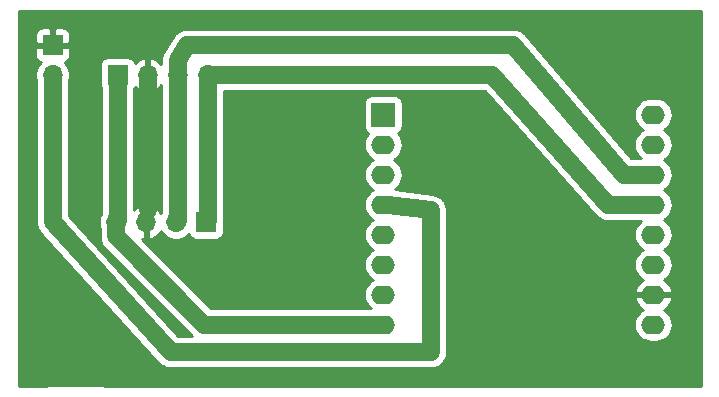
<source format=gbr>
G04 #@! TF.GenerationSoftware,KiCad,Pcbnew,(5.1.5)-3*
G04 #@! TF.CreationDate,2020-05-22T17:40:20-07:00*
G04 #@! TF.ProjectId,Sprinkler,53707269-6e6b-46c6-9572-2e6b69636164,rev?*
G04 #@! TF.SameCoordinates,Original*
G04 #@! TF.FileFunction,Copper,L2,Bot*
G04 #@! TF.FilePolarity,Positive*
%FSLAX46Y46*%
G04 Gerber Fmt 4.6, Leading zero omitted, Abs format (unit mm)*
G04 Created by KiCad (PCBNEW (5.1.5)-3) date 2020-05-22 17:40:20*
%MOMM*%
%LPD*%
G04 APERTURE LIST*
%ADD10O,2.000000X1.600000*%
%ADD11R,2.000000X2.000000*%
%ADD12R,1.700000X1.700000*%
%ADD13O,1.700000X1.700000*%
%ADD14C,1.500000*%
%ADD15C,0.254000*%
G04 APERTURE END LIST*
D10*
X165000000Y-43434000D03*
D11*
X165000000Y-40894000D03*
D10*
X165000000Y-45974000D03*
X165000000Y-48514000D03*
X165000000Y-51054000D03*
X165000000Y-53594000D03*
X165000000Y-56134000D03*
X165000000Y-58674000D03*
X187860000Y-58674000D03*
X187860000Y-56134000D03*
X187860000Y-53594000D03*
X187860000Y-51054000D03*
X187860000Y-48514000D03*
X187860000Y-45974000D03*
X187860000Y-43434000D03*
X187860000Y-40894000D03*
D12*
X142500000Y-37500000D03*
D13*
X145040000Y-37500000D03*
X147580000Y-37500000D03*
X150120000Y-37500000D03*
X142380000Y-50000000D03*
X144920000Y-50000000D03*
X147460000Y-50000000D03*
D12*
X150000000Y-50000000D03*
X137000000Y-35000000D03*
D13*
X137000000Y-37540000D03*
D14*
X142500000Y-49880000D02*
X142380000Y-50000000D01*
X142500000Y-37500000D02*
X142500000Y-49880000D01*
X162500000Y-58674000D02*
X165000000Y-58674000D01*
X149851919Y-58674000D02*
X162500000Y-58674000D01*
X142380000Y-51202081D02*
X149851919Y-58674000D01*
X142380000Y-50000000D02*
X142380000Y-51202081D01*
X145040000Y-37500000D02*
X145040000Y-48960000D01*
X147580000Y-49880000D02*
X147460000Y-50000000D01*
X147580000Y-37500000D02*
X147580000Y-49880000D01*
X148377920Y-35000000D02*
X147580000Y-36297919D01*
X147580000Y-36297919D02*
X147580000Y-37500000D01*
X176000000Y-35000000D02*
X148377920Y-35000000D01*
X187860000Y-45974000D02*
X185360000Y-45974000D01*
X185360000Y-45974000D02*
X176000000Y-35000000D01*
X150120000Y-49880000D02*
X150000000Y-50000000D01*
X150120000Y-37500000D02*
X150120000Y-49880000D01*
X174198982Y-37500000D02*
X184000000Y-48514000D01*
X150120000Y-37500000D02*
X174198982Y-37500000D01*
X184000000Y-48514000D02*
X185360000Y-48514000D01*
X185360000Y-48514000D02*
X187860000Y-48514000D01*
X165417730Y-48514000D02*
X165000000Y-48514000D01*
X169000000Y-61000000D02*
X169000000Y-49000000D01*
X169000000Y-49000000D02*
X165417730Y-48514000D01*
X137000000Y-50000000D02*
X147000000Y-61000000D01*
X137000000Y-37540000D02*
X137000000Y-50000000D01*
X147000000Y-61000000D02*
X169000000Y-61000000D01*
D15*
G36*
X191873000Y-62875171D02*
G01*
X134127000Y-63870792D01*
X134127000Y-35850000D01*
X135511928Y-35850000D01*
X135524188Y-35974482D01*
X135560498Y-36094180D01*
X135619463Y-36204494D01*
X135698815Y-36301185D01*
X135795506Y-36380537D01*
X135905820Y-36439502D01*
X135978380Y-36461513D01*
X135846525Y-36593368D01*
X135684010Y-36836589D01*
X135572068Y-37106842D01*
X135515000Y-37393740D01*
X135515000Y-37686260D01*
X135572068Y-37973158D01*
X135615000Y-38076806D01*
X135615001Y-49898885D01*
X135609875Y-49933804D01*
X135615001Y-50035042D01*
X135615001Y-50068037D01*
X135618439Y-50102944D01*
X135623671Y-50206275D01*
X135631787Y-50238472D01*
X135635041Y-50271507D01*
X135665068Y-50370491D01*
X135690359Y-50470820D01*
X135704601Y-50500815D01*
X135714237Y-50532581D01*
X135763003Y-50623817D01*
X135807377Y-50717272D01*
X135827193Y-50743907D01*
X135842844Y-50773188D01*
X135908474Y-50853158D01*
X135929417Y-50881308D01*
X135951618Y-50905730D01*
X136015920Y-50984081D01*
X136043200Y-51006469D01*
X145951623Y-61905737D01*
X146015919Y-61984081D01*
X146095881Y-62049704D01*
X146172646Y-62119070D01*
X146201149Y-62136096D01*
X146226812Y-62157157D01*
X146318053Y-62205926D01*
X146406864Y-62258976D01*
X146438138Y-62270113D01*
X146467419Y-62285764D01*
X146566414Y-62315794D01*
X146663875Y-62350501D01*
X146696725Y-62355323D01*
X146728493Y-62364960D01*
X146831455Y-62375101D01*
X146933803Y-62390125D01*
X147035022Y-62385000D01*
X168931963Y-62385000D01*
X169000000Y-62391701D01*
X169068036Y-62385000D01*
X169068037Y-62385000D01*
X169271507Y-62364960D01*
X169532581Y-62285764D01*
X169773188Y-62157157D01*
X169984081Y-61984081D01*
X170157157Y-61773188D01*
X170285764Y-61532581D01*
X170364960Y-61271507D01*
X170391701Y-61000000D01*
X170385000Y-60931963D01*
X170385000Y-58674000D01*
X186218057Y-58674000D01*
X186245764Y-58955309D01*
X186327818Y-59225808D01*
X186461068Y-59475101D01*
X186640392Y-59693608D01*
X186858899Y-59872932D01*
X187108192Y-60006182D01*
X187378691Y-60088236D01*
X187589508Y-60109000D01*
X188130492Y-60109000D01*
X188341309Y-60088236D01*
X188611808Y-60006182D01*
X188861101Y-59872932D01*
X189079608Y-59693608D01*
X189258932Y-59475101D01*
X189392182Y-59225808D01*
X189474236Y-58955309D01*
X189501943Y-58674000D01*
X189474236Y-58392691D01*
X189392182Y-58122192D01*
X189258932Y-57872899D01*
X189079608Y-57654392D01*
X188861101Y-57475068D01*
X188731655Y-57405878D01*
X188749227Y-57398430D01*
X188982662Y-57239673D01*
X189180639Y-57038425D01*
X189335551Y-56802421D01*
X189441444Y-56540730D01*
X189451904Y-56483039D01*
X189329915Y-56261000D01*
X187987000Y-56261000D01*
X187987000Y-56281000D01*
X187733000Y-56281000D01*
X187733000Y-56261000D01*
X186390085Y-56261000D01*
X186268096Y-56483039D01*
X186278556Y-56540730D01*
X186384449Y-56802421D01*
X186539361Y-57038425D01*
X186737338Y-57239673D01*
X186970773Y-57398430D01*
X186988345Y-57405878D01*
X186858899Y-57475068D01*
X186640392Y-57654392D01*
X186461068Y-57872899D01*
X186327818Y-58122192D01*
X186245764Y-58392691D01*
X186218057Y-58674000D01*
X170385000Y-58674000D01*
X170385000Y-49025372D01*
X170389069Y-48914458D01*
X170374155Y-48821856D01*
X170364960Y-48728493D01*
X170352509Y-48687447D01*
X170345690Y-48645107D01*
X170312996Y-48557191D01*
X170285764Y-48467419D01*
X170265545Y-48429591D01*
X170250597Y-48389396D01*
X170201381Y-48309550D01*
X170157157Y-48226812D01*
X170129946Y-48193655D01*
X170107444Y-48157149D01*
X170043595Y-48088437D01*
X169984081Y-48015919D01*
X169950925Y-47988709D01*
X169921733Y-47957293D01*
X169845709Y-47902360D01*
X169773188Y-47842843D01*
X169735358Y-47822623D01*
X169700600Y-47797507D01*
X169615321Y-47758462D01*
X169532581Y-47714236D01*
X169491533Y-47701784D01*
X169452542Y-47683932D01*
X169361284Y-47662273D01*
X169271507Y-47635040D01*
X169161022Y-47624158D01*
X165967489Y-47190898D01*
X166001101Y-47172932D01*
X166219608Y-46993608D01*
X166398932Y-46775101D01*
X166532182Y-46525808D01*
X166614236Y-46255309D01*
X166641943Y-45974000D01*
X166614236Y-45692691D01*
X166532182Y-45422192D01*
X166398932Y-45172899D01*
X166219608Y-44954392D01*
X166001101Y-44775068D01*
X165868142Y-44704000D01*
X166001101Y-44632932D01*
X166219608Y-44453608D01*
X166398932Y-44235101D01*
X166532182Y-43985808D01*
X166614236Y-43715309D01*
X166641943Y-43434000D01*
X166614236Y-43152691D01*
X166532182Y-42882192D01*
X166398932Y-42632899D01*
X166266524Y-42471559D01*
X166354494Y-42424537D01*
X166451185Y-42345185D01*
X166530537Y-42248494D01*
X166589502Y-42138180D01*
X166625812Y-42018482D01*
X166638072Y-41894000D01*
X166638072Y-39894000D01*
X166625812Y-39769518D01*
X166589502Y-39649820D01*
X166530537Y-39539506D01*
X166451185Y-39442815D01*
X166354494Y-39363463D01*
X166244180Y-39304498D01*
X166124482Y-39268188D01*
X166000000Y-39255928D01*
X164000000Y-39255928D01*
X163875518Y-39268188D01*
X163755820Y-39304498D01*
X163645506Y-39363463D01*
X163548815Y-39442815D01*
X163469463Y-39539506D01*
X163410498Y-39649820D01*
X163374188Y-39769518D01*
X163361928Y-39894000D01*
X163361928Y-41894000D01*
X163374188Y-42018482D01*
X163410498Y-42138180D01*
X163469463Y-42248494D01*
X163548815Y-42345185D01*
X163645506Y-42424537D01*
X163733476Y-42471559D01*
X163601068Y-42632899D01*
X163467818Y-42882192D01*
X163385764Y-43152691D01*
X163358057Y-43434000D01*
X163385764Y-43715309D01*
X163467818Y-43985808D01*
X163601068Y-44235101D01*
X163780392Y-44453608D01*
X163998899Y-44632932D01*
X164131858Y-44704000D01*
X163998899Y-44775068D01*
X163780392Y-44954392D01*
X163601068Y-45172899D01*
X163467818Y-45422192D01*
X163385764Y-45692691D01*
X163358057Y-45974000D01*
X163385764Y-46255309D01*
X163467818Y-46525808D01*
X163601068Y-46775101D01*
X163780392Y-46993608D01*
X163998899Y-47172932D01*
X164131858Y-47244000D01*
X163998899Y-47315068D01*
X163780392Y-47494392D01*
X163601068Y-47712899D01*
X163467818Y-47962192D01*
X163385764Y-48232691D01*
X163358057Y-48514000D01*
X163385764Y-48795309D01*
X163467818Y-49065808D01*
X163601068Y-49315101D01*
X163780392Y-49533608D01*
X163998899Y-49712932D01*
X164131858Y-49784000D01*
X163998899Y-49855068D01*
X163780392Y-50034392D01*
X163601068Y-50252899D01*
X163467818Y-50502192D01*
X163385764Y-50772691D01*
X163358057Y-51054000D01*
X163385764Y-51335309D01*
X163467818Y-51605808D01*
X163601068Y-51855101D01*
X163780392Y-52073608D01*
X163998899Y-52252932D01*
X164131858Y-52324000D01*
X163998899Y-52395068D01*
X163780392Y-52574392D01*
X163601068Y-52792899D01*
X163467818Y-53042192D01*
X163385764Y-53312691D01*
X163358057Y-53594000D01*
X163385764Y-53875309D01*
X163467818Y-54145808D01*
X163601068Y-54395101D01*
X163780392Y-54613608D01*
X163998899Y-54792932D01*
X164131858Y-54864000D01*
X163998899Y-54935068D01*
X163780392Y-55114392D01*
X163601068Y-55332899D01*
X163467818Y-55582192D01*
X163385764Y-55852691D01*
X163358057Y-56134000D01*
X163385764Y-56415309D01*
X163467818Y-56685808D01*
X163601068Y-56935101D01*
X163780392Y-57153608D01*
X163945368Y-57289000D01*
X150425605Y-57289000D01*
X144572909Y-51436305D01*
X144793000Y-51320155D01*
X144793000Y-50127000D01*
X144773000Y-50127000D01*
X144773000Y-49873000D01*
X144793000Y-49873000D01*
X144793000Y-48679845D01*
X145047000Y-48679845D01*
X145047000Y-49873000D01*
X145067000Y-49873000D01*
X145067000Y-50127000D01*
X145047000Y-50127000D01*
X145047000Y-51320155D01*
X145276890Y-51441476D01*
X145424099Y-51396825D01*
X145686920Y-51271641D01*
X145920269Y-51097588D01*
X146115178Y-50881355D01*
X146184805Y-50764466D01*
X146306525Y-50946632D01*
X146513368Y-51153475D01*
X146756589Y-51315990D01*
X147026842Y-51427932D01*
X147313740Y-51485000D01*
X147606260Y-51485000D01*
X147893158Y-51427932D01*
X148163411Y-51315990D01*
X148406632Y-51153475D01*
X148538487Y-51021620D01*
X148560498Y-51094180D01*
X148619463Y-51204494D01*
X148698815Y-51301185D01*
X148795506Y-51380537D01*
X148905820Y-51439502D01*
X149025518Y-51475812D01*
X149150000Y-51488072D01*
X150850000Y-51488072D01*
X150974482Y-51475812D01*
X151094180Y-51439502D01*
X151204494Y-51380537D01*
X151301185Y-51301185D01*
X151380537Y-51204494D01*
X151439502Y-51094180D01*
X151475812Y-50974482D01*
X151488072Y-50850000D01*
X151488072Y-50119910D01*
X151505000Y-49948037D01*
X151505000Y-49948029D01*
X151511700Y-49880000D01*
X151505000Y-49811971D01*
X151505000Y-38885000D01*
X173577482Y-38885000D01*
X182946950Y-49414043D01*
X183015919Y-49498081D01*
X183090192Y-49559035D01*
X183160802Y-49624216D01*
X183195432Y-49645404D01*
X183226812Y-49671157D01*
X183311561Y-49716456D01*
X183393520Y-49766602D01*
X183431612Y-49780625D01*
X183467419Y-49799764D01*
X183559386Y-49827662D01*
X183649545Y-49860852D01*
X183689638Y-49867174D01*
X183728493Y-49878960D01*
X183824136Y-49888380D01*
X183919036Y-49903343D01*
X184027652Y-49899000D01*
X186805368Y-49899000D01*
X186640392Y-50034392D01*
X186461068Y-50252899D01*
X186327818Y-50502192D01*
X186245764Y-50772691D01*
X186218057Y-51054000D01*
X186245764Y-51335309D01*
X186327818Y-51605808D01*
X186461068Y-51855101D01*
X186640392Y-52073608D01*
X186858899Y-52252932D01*
X186991858Y-52324000D01*
X186858899Y-52395068D01*
X186640392Y-52574392D01*
X186461068Y-52792899D01*
X186327818Y-53042192D01*
X186245764Y-53312691D01*
X186218057Y-53594000D01*
X186245764Y-53875309D01*
X186327818Y-54145808D01*
X186461068Y-54395101D01*
X186640392Y-54613608D01*
X186858899Y-54792932D01*
X186988345Y-54862122D01*
X186970773Y-54869570D01*
X186737338Y-55028327D01*
X186539361Y-55229575D01*
X186384449Y-55465579D01*
X186278556Y-55727270D01*
X186268096Y-55784961D01*
X186390085Y-56007000D01*
X187733000Y-56007000D01*
X187733000Y-55987000D01*
X187987000Y-55987000D01*
X187987000Y-56007000D01*
X189329915Y-56007000D01*
X189451904Y-55784961D01*
X189441444Y-55727270D01*
X189335551Y-55465579D01*
X189180639Y-55229575D01*
X188982662Y-55028327D01*
X188749227Y-54869570D01*
X188731655Y-54862122D01*
X188861101Y-54792932D01*
X189079608Y-54613608D01*
X189258932Y-54395101D01*
X189392182Y-54145808D01*
X189474236Y-53875309D01*
X189501943Y-53594000D01*
X189474236Y-53312691D01*
X189392182Y-53042192D01*
X189258932Y-52792899D01*
X189079608Y-52574392D01*
X188861101Y-52395068D01*
X188728142Y-52324000D01*
X188861101Y-52252932D01*
X189079608Y-52073608D01*
X189258932Y-51855101D01*
X189392182Y-51605808D01*
X189474236Y-51335309D01*
X189501943Y-51054000D01*
X189474236Y-50772691D01*
X189392182Y-50502192D01*
X189258932Y-50252899D01*
X189079608Y-50034392D01*
X188861101Y-49855068D01*
X188728142Y-49784000D01*
X188861101Y-49712932D01*
X189079608Y-49533608D01*
X189258932Y-49315101D01*
X189392182Y-49065808D01*
X189474236Y-48795309D01*
X189501943Y-48514000D01*
X189474236Y-48232691D01*
X189392182Y-47962192D01*
X189258932Y-47712899D01*
X189079608Y-47494392D01*
X188861101Y-47315068D01*
X188728142Y-47244000D01*
X188861101Y-47172932D01*
X189079608Y-46993608D01*
X189258932Y-46775101D01*
X189392182Y-46525808D01*
X189474236Y-46255309D01*
X189501943Y-45974000D01*
X189474236Y-45692691D01*
X189392182Y-45422192D01*
X189258932Y-45172899D01*
X189079608Y-44954392D01*
X188861101Y-44775068D01*
X188728142Y-44704000D01*
X188861101Y-44632932D01*
X189079608Y-44453608D01*
X189258932Y-44235101D01*
X189392182Y-43985808D01*
X189474236Y-43715309D01*
X189501943Y-43434000D01*
X189474236Y-43152691D01*
X189392182Y-42882192D01*
X189258932Y-42632899D01*
X189079608Y-42414392D01*
X188861101Y-42235068D01*
X188728142Y-42164000D01*
X188861101Y-42092932D01*
X189079608Y-41913608D01*
X189258932Y-41695101D01*
X189392182Y-41445808D01*
X189474236Y-41175309D01*
X189501943Y-40894000D01*
X189474236Y-40612691D01*
X189392182Y-40342192D01*
X189258932Y-40092899D01*
X189079608Y-39874392D01*
X188861101Y-39695068D01*
X188611808Y-39561818D01*
X188341309Y-39479764D01*
X188130492Y-39459000D01*
X187589508Y-39459000D01*
X187378691Y-39479764D01*
X187108192Y-39561818D01*
X186858899Y-39695068D01*
X186640392Y-39874392D01*
X186461068Y-40092899D01*
X186327818Y-40342192D01*
X186245764Y-40612691D01*
X186218057Y-40894000D01*
X186245764Y-41175309D01*
X186327818Y-41445808D01*
X186461068Y-41695101D01*
X186640392Y-41913608D01*
X186858899Y-42092932D01*
X186991858Y-42164000D01*
X186858899Y-42235068D01*
X186640392Y-42414392D01*
X186461068Y-42632899D01*
X186327818Y-42882192D01*
X186245764Y-43152691D01*
X186218057Y-43434000D01*
X186245764Y-43715309D01*
X186327818Y-43985808D01*
X186461068Y-44235101D01*
X186640392Y-44453608D01*
X186805368Y-44589000D01*
X185999055Y-44589000D01*
X177062293Y-34111220D01*
X176984081Y-34015919D01*
X176921051Y-33964192D01*
X176862324Y-33907651D01*
X176815862Y-33877865D01*
X176773188Y-33842843D01*
X176701277Y-33804406D01*
X176632647Y-33760408D01*
X176581263Y-33740257D01*
X176532581Y-33714236D01*
X176454559Y-33690568D01*
X176378659Y-33660803D01*
X176324330Y-33651064D01*
X176271507Y-33635040D01*
X176190363Y-33627048D01*
X176110119Y-33612663D01*
X175986913Y-33615000D01*
X148419691Y-33615000D01*
X148325269Y-33609296D01*
X148216108Y-33624236D01*
X148106413Y-33635040D01*
X148081131Y-33642709D01*
X148054968Y-33646290D01*
X147950814Y-33682241D01*
X147845339Y-33714236D01*
X147822043Y-33726688D01*
X147797078Y-33735305D01*
X147701935Y-33790887D01*
X147604732Y-33842843D01*
X147584311Y-33859602D01*
X147561509Y-33872923D01*
X147479043Y-33945994D01*
X147393839Y-34015919D01*
X147377080Y-34036340D01*
X147357314Y-34053854D01*
X147290685Y-34141612D01*
X147220763Y-34226812D01*
X147176161Y-34310257D01*
X146449533Y-35492211D01*
X146422843Y-35524732D01*
X146378245Y-35608169D01*
X146364497Y-35630532D01*
X146346186Y-35668148D01*
X146294236Y-35765339D01*
X146286568Y-35790617D01*
X146275009Y-35814362D01*
X146247034Y-35920942D01*
X146215040Y-36026413D01*
X146212451Y-36052700D01*
X146205746Y-36078245D01*
X146199102Y-36188235D01*
X146195000Y-36229883D01*
X146195000Y-36256141D01*
X146189296Y-36350569D01*
X146195000Y-36392246D01*
X146195000Y-36574071D01*
X146040269Y-36402412D01*
X145806920Y-36228359D01*
X145544099Y-36103175D01*
X145396890Y-36058524D01*
X145167000Y-36179845D01*
X145167000Y-37373000D01*
X145187000Y-37373000D01*
X145187000Y-37627000D01*
X145167000Y-37627000D01*
X145167000Y-38820155D01*
X145396890Y-38941476D01*
X145544099Y-38896825D01*
X145806920Y-38771641D01*
X146040269Y-38597588D01*
X146195000Y-38425929D01*
X146195001Y-49220276D01*
X146184805Y-49235534D01*
X146115178Y-49118645D01*
X145920269Y-48902412D01*
X145686920Y-48728359D01*
X145424099Y-48603175D01*
X145276890Y-48558524D01*
X145047000Y-48679845D01*
X144793000Y-48679845D01*
X144563110Y-48558524D01*
X144415901Y-48603175D01*
X144153080Y-48728359D01*
X143919731Y-48902412D01*
X143885000Y-48940943D01*
X143885000Y-38696144D01*
X143939502Y-38594180D01*
X143963966Y-38513534D01*
X144039731Y-38597588D01*
X144273080Y-38771641D01*
X144535901Y-38896825D01*
X144683110Y-38941476D01*
X144913000Y-38820155D01*
X144913000Y-37627000D01*
X144893000Y-37627000D01*
X144893000Y-37373000D01*
X144913000Y-37373000D01*
X144913000Y-36179845D01*
X144683110Y-36058524D01*
X144535901Y-36103175D01*
X144273080Y-36228359D01*
X144039731Y-36402412D01*
X143963966Y-36486466D01*
X143939502Y-36405820D01*
X143880537Y-36295506D01*
X143801185Y-36198815D01*
X143704494Y-36119463D01*
X143594180Y-36060498D01*
X143474482Y-36024188D01*
X143350000Y-36011928D01*
X141650000Y-36011928D01*
X141525518Y-36024188D01*
X141405820Y-36060498D01*
X141295506Y-36119463D01*
X141198815Y-36198815D01*
X141119463Y-36295506D01*
X141060498Y-36405820D01*
X141024188Y-36525518D01*
X141011928Y-36650000D01*
X141011928Y-38350000D01*
X141024188Y-38474482D01*
X141060498Y-38594180D01*
X141115000Y-38696145D01*
X141115001Y-49220276D01*
X141064010Y-49296589D01*
X140952068Y-49566842D01*
X140895000Y-49853740D01*
X140895000Y-50146260D01*
X140952068Y-50433158D01*
X140995000Y-50536805D01*
X140995000Y-51134052D01*
X140988300Y-51202081D01*
X140995000Y-51270110D01*
X140995000Y-51270118D01*
X141015040Y-51473588D01*
X141094236Y-51734662D01*
X141222844Y-51975269D01*
X141352548Y-52133314D01*
X141352551Y-52133317D01*
X141395920Y-52186162D01*
X141448764Y-52229530D01*
X148824469Y-59605236D01*
X148832482Y-59615000D01*
X147612682Y-59615000D01*
X138385000Y-49464550D01*
X138385000Y-38076805D01*
X138427932Y-37973158D01*
X138485000Y-37686260D01*
X138485000Y-37393740D01*
X138427932Y-37106842D01*
X138315990Y-36836589D01*
X138153475Y-36593368D01*
X138021620Y-36461513D01*
X138094180Y-36439502D01*
X138204494Y-36380537D01*
X138301185Y-36301185D01*
X138380537Y-36204494D01*
X138439502Y-36094180D01*
X138475812Y-35974482D01*
X138488072Y-35850000D01*
X138485000Y-35285750D01*
X138326250Y-35127000D01*
X137127000Y-35127000D01*
X137127000Y-35147000D01*
X136873000Y-35147000D01*
X136873000Y-35127000D01*
X135673750Y-35127000D01*
X135515000Y-35285750D01*
X135511928Y-35850000D01*
X134127000Y-35850000D01*
X134127000Y-34150000D01*
X135511928Y-34150000D01*
X135515000Y-34714250D01*
X135673750Y-34873000D01*
X136873000Y-34873000D01*
X136873000Y-33673750D01*
X137127000Y-33673750D01*
X137127000Y-34873000D01*
X138326250Y-34873000D01*
X138485000Y-34714250D01*
X138488072Y-34150000D01*
X138475812Y-34025518D01*
X138439502Y-33905820D01*
X138380537Y-33795506D01*
X138301185Y-33698815D01*
X138204494Y-33619463D01*
X138094180Y-33560498D01*
X137974482Y-33524188D01*
X137850000Y-33511928D01*
X137285750Y-33515000D01*
X137127000Y-33673750D01*
X136873000Y-33673750D01*
X136714250Y-33515000D01*
X136150000Y-33511928D01*
X136025518Y-33524188D01*
X135905820Y-33560498D01*
X135795506Y-33619463D01*
X135698815Y-33698815D01*
X135619463Y-33795506D01*
X135560498Y-33905820D01*
X135524188Y-34025518D01*
X135511928Y-34150000D01*
X134127000Y-34150000D01*
X134127000Y-32127000D01*
X191873000Y-32127000D01*
X191873000Y-62875171D01*
G37*
X191873000Y-62875171D02*
X134127000Y-63870792D01*
X134127000Y-35850000D01*
X135511928Y-35850000D01*
X135524188Y-35974482D01*
X135560498Y-36094180D01*
X135619463Y-36204494D01*
X135698815Y-36301185D01*
X135795506Y-36380537D01*
X135905820Y-36439502D01*
X135978380Y-36461513D01*
X135846525Y-36593368D01*
X135684010Y-36836589D01*
X135572068Y-37106842D01*
X135515000Y-37393740D01*
X135515000Y-37686260D01*
X135572068Y-37973158D01*
X135615000Y-38076806D01*
X135615001Y-49898885D01*
X135609875Y-49933804D01*
X135615001Y-50035042D01*
X135615001Y-50068037D01*
X135618439Y-50102944D01*
X135623671Y-50206275D01*
X135631787Y-50238472D01*
X135635041Y-50271507D01*
X135665068Y-50370491D01*
X135690359Y-50470820D01*
X135704601Y-50500815D01*
X135714237Y-50532581D01*
X135763003Y-50623817D01*
X135807377Y-50717272D01*
X135827193Y-50743907D01*
X135842844Y-50773188D01*
X135908474Y-50853158D01*
X135929417Y-50881308D01*
X135951618Y-50905730D01*
X136015920Y-50984081D01*
X136043200Y-51006469D01*
X145951623Y-61905737D01*
X146015919Y-61984081D01*
X146095881Y-62049704D01*
X146172646Y-62119070D01*
X146201149Y-62136096D01*
X146226812Y-62157157D01*
X146318053Y-62205926D01*
X146406864Y-62258976D01*
X146438138Y-62270113D01*
X146467419Y-62285764D01*
X146566414Y-62315794D01*
X146663875Y-62350501D01*
X146696725Y-62355323D01*
X146728493Y-62364960D01*
X146831455Y-62375101D01*
X146933803Y-62390125D01*
X147035022Y-62385000D01*
X168931963Y-62385000D01*
X169000000Y-62391701D01*
X169068036Y-62385000D01*
X169068037Y-62385000D01*
X169271507Y-62364960D01*
X169532581Y-62285764D01*
X169773188Y-62157157D01*
X169984081Y-61984081D01*
X170157157Y-61773188D01*
X170285764Y-61532581D01*
X170364960Y-61271507D01*
X170391701Y-61000000D01*
X170385000Y-60931963D01*
X170385000Y-58674000D01*
X186218057Y-58674000D01*
X186245764Y-58955309D01*
X186327818Y-59225808D01*
X186461068Y-59475101D01*
X186640392Y-59693608D01*
X186858899Y-59872932D01*
X187108192Y-60006182D01*
X187378691Y-60088236D01*
X187589508Y-60109000D01*
X188130492Y-60109000D01*
X188341309Y-60088236D01*
X188611808Y-60006182D01*
X188861101Y-59872932D01*
X189079608Y-59693608D01*
X189258932Y-59475101D01*
X189392182Y-59225808D01*
X189474236Y-58955309D01*
X189501943Y-58674000D01*
X189474236Y-58392691D01*
X189392182Y-58122192D01*
X189258932Y-57872899D01*
X189079608Y-57654392D01*
X188861101Y-57475068D01*
X188731655Y-57405878D01*
X188749227Y-57398430D01*
X188982662Y-57239673D01*
X189180639Y-57038425D01*
X189335551Y-56802421D01*
X189441444Y-56540730D01*
X189451904Y-56483039D01*
X189329915Y-56261000D01*
X187987000Y-56261000D01*
X187987000Y-56281000D01*
X187733000Y-56281000D01*
X187733000Y-56261000D01*
X186390085Y-56261000D01*
X186268096Y-56483039D01*
X186278556Y-56540730D01*
X186384449Y-56802421D01*
X186539361Y-57038425D01*
X186737338Y-57239673D01*
X186970773Y-57398430D01*
X186988345Y-57405878D01*
X186858899Y-57475068D01*
X186640392Y-57654392D01*
X186461068Y-57872899D01*
X186327818Y-58122192D01*
X186245764Y-58392691D01*
X186218057Y-58674000D01*
X170385000Y-58674000D01*
X170385000Y-49025372D01*
X170389069Y-48914458D01*
X170374155Y-48821856D01*
X170364960Y-48728493D01*
X170352509Y-48687447D01*
X170345690Y-48645107D01*
X170312996Y-48557191D01*
X170285764Y-48467419D01*
X170265545Y-48429591D01*
X170250597Y-48389396D01*
X170201381Y-48309550D01*
X170157157Y-48226812D01*
X170129946Y-48193655D01*
X170107444Y-48157149D01*
X170043595Y-48088437D01*
X169984081Y-48015919D01*
X169950925Y-47988709D01*
X169921733Y-47957293D01*
X169845709Y-47902360D01*
X169773188Y-47842843D01*
X169735358Y-47822623D01*
X169700600Y-47797507D01*
X169615321Y-47758462D01*
X169532581Y-47714236D01*
X169491533Y-47701784D01*
X169452542Y-47683932D01*
X169361284Y-47662273D01*
X169271507Y-47635040D01*
X169161022Y-47624158D01*
X165967489Y-47190898D01*
X166001101Y-47172932D01*
X166219608Y-46993608D01*
X166398932Y-46775101D01*
X166532182Y-46525808D01*
X166614236Y-46255309D01*
X166641943Y-45974000D01*
X166614236Y-45692691D01*
X166532182Y-45422192D01*
X166398932Y-45172899D01*
X166219608Y-44954392D01*
X166001101Y-44775068D01*
X165868142Y-44704000D01*
X166001101Y-44632932D01*
X166219608Y-44453608D01*
X166398932Y-44235101D01*
X166532182Y-43985808D01*
X166614236Y-43715309D01*
X166641943Y-43434000D01*
X166614236Y-43152691D01*
X166532182Y-42882192D01*
X166398932Y-42632899D01*
X166266524Y-42471559D01*
X166354494Y-42424537D01*
X166451185Y-42345185D01*
X166530537Y-42248494D01*
X166589502Y-42138180D01*
X166625812Y-42018482D01*
X166638072Y-41894000D01*
X166638072Y-39894000D01*
X166625812Y-39769518D01*
X166589502Y-39649820D01*
X166530537Y-39539506D01*
X166451185Y-39442815D01*
X166354494Y-39363463D01*
X166244180Y-39304498D01*
X166124482Y-39268188D01*
X166000000Y-39255928D01*
X164000000Y-39255928D01*
X163875518Y-39268188D01*
X163755820Y-39304498D01*
X163645506Y-39363463D01*
X163548815Y-39442815D01*
X163469463Y-39539506D01*
X163410498Y-39649820D01*
X163374188Y-39769518D01*
X163361928Y-39894000D01*
X163361928Y-41894000D01*
X163374188Y-42018482D01*
X163410498Y-42138180D01*
X163469463Y-42248494D01*
X163548815Y-42345185D01*
X163645506Y-42424537D01*
X163733476Y-42471559D01*
X163601068Y-42632899D01*
X163467818Y-42882192D01*
X163385764Y-43152691D01*
X163358057Y-43434000D01*
X163385764Y-43715309D01*
X163467818Y-43985808D01*
X163601068Y-44235101D01*
X163780392Y-44453608D01*
X163998899Y-44632932D01*
X164131858Y-44704000D01*
X163998899Y-44775068D01*
X163780392Y-44954392D01*
X163601068Y-45172899D01*
X163467818Y-45422192D01*
X163385764Y-45692691D01*
X163358057Y-45974000D01*
X163385764Y-46255309D01*
X163467818Y-46525808D01*
X163601068Y-46775101D01*
X163780392Y-46993608D01*
X163998899Y-47172932D01*
X164131858Y-47244000D01*
X163998899Y-47315068D01*
X163780392Y-47494392D01*
X163601068Y-47712899D01*
X163467818Y-47962192D01*
X163385764Y-48232691D01*
X163358057Y-48514000D01*
X163385764Y-48795309D01*
X163467818Y-49065808D01*
X163601068Y-49315101D01*
X163780392Y-49533608D01*
X163998899Y-49712932D01*
X164131858Y-49784000D01*
X163998899Y-49855068D01*
X163780392Y-50034392D01*
X163601068Y-50252899D01*
X163467818Y-50502192D01*
X163385764Y-50772691D01*
X163358057Y-51054000D01*
X163385764Y-51335309D01*
X163467818Y-51605808D01*
X163601068Y-51855101D01*
X163780392Y-52073608D01*
X163998899Y-52252932D01*
X164131858Y-52324000D01*
X163998899Y-52395068D01*
X163780392Y-52574392D01*
X163601068Y-52792899D01*
X163467818Y-53042192D01*
X163385764Y-53312691D01*
X163358057Y-53594000D01*
X163385764Y-53875309D01*
X163467818Y-54145808D01*
X163601068Y-54395101D01*
X163780392Y-54613608D01*
X163998899Y-54792932D01*
X164131858Y-54864000D01*
X163998899Y-54935068D01*
X163780392Y-55114392D01*
X163601068Y-55332899D01*
X163467818Y-55582192D01*
X163385764Y-55852691D01*
X163358057Y-56134000D01*
X163385764Y-56415309D01*
X163467818Y-56685808D01*
X163601068Y-56935101D01*
X163780392Y-57153608D01*
X163945368Y-57289000D01*
X150425605Y-57289000D01*
X144572909Y-51436305D01*
X144793000Y-51320155D01*
X144793000Y-50127000D01*
X144773000Y-50127000D01*
X144773000Y-49873000D01*
X144793000Y-49873000D01*
X144793000Y-48679845D01*
X145047000Y-48679845D01*
X145047000Y-49873000D01*
X145067000Y-49873000D01*
X145067000Y-50127000D01*
X145047000Y-50127000D01*
X145047000Y-51320155D01*
X145276890Y-51441476D01*
X145424099Y-51396825D01*
X145686920Y-51271641D01*
X145920269Y-51097588D01*
X146115178Y-50881355D01*
X146184805Y-50764466D01*
X146306525Y-50946632D01*
X146513368Y-51153475D01*
X146756589Y-51315990D01*
X147026842Y-51427932D01*
X147313740Y-51485000D01*
X147606260Y-51485000D01*
X147893158Y-51427932D01*
X148163411Y-51315990D01*
X148406632Y-51153475D01*
X148538487Y-51021620D01*
X148560498Y-51094180D01*
X148619463Y-51204494D01*
X148698815Y-51301185D01*
X148795506Y-51380537D01*
X148905820Y-51439502D01*
X149025518Y-51475812D01*
X149150000Y-51488072D01*
X150850000Y-51488072D01*
X150974482Y-51475812D01*
X151094180Y-51439502D01*
X151204494Y-51380537D01*
X151301185Y-51301185D01*
X151380537Y-51204494D01*
X151439502Y-51094180D01*
X151475812Y-50974482D01*
X151488072Y-50850000D01*
X151488072Y-50119910D01*
X151505000Y-49948037D01*
X151505000Y-49948029D01*
X151511700Y-49880000D01*
X151505000Y-49811971D01*
X151505000Y-38885000D01*
X173577482Y-38885000D01*
X182946950Y-49414043D01*
X183015919Y-49498081D01*
X183090192Y-49559035D01*
X183160802Y-49624216D01*
X183195432Y-49645404D01*
X183226812Y-49671157D01*
X183311561Y-49716456D01*
X183393520Y-49766602D01*
X183431612Y-49780625D01*
X183467419Y-49799764D01*
X183559386Y-49827662D01*
X183649545Y-49860852D01*
X183689638Y-49867174D01*
X183728493Y-49878960D01*
X183824136Y-49888380D01*
X183919036Y-49903343D01*
X184027652Y-49899000D01*
X186805368Y-49899000D01*
X186640392Y-50034392D01*
X186461068Y-50252899D01*
X186327818Y-50502192D01*
X186245764Y-50772691D01*
X186218057Y-51054000D01*
X186245764Y-51335309D01*
X186327818Y-51605808D01*
X186461068Y-51855101D01*
X186640392Y-52073608D01*
X186858899Y-52252932D01*
X186991858Y-52324000D01*
X186858899Y-52395068D01*
X186640392Y-52574392D01*
X186461068Y-52792899D01*
X186327818Y-53042192D01*
X186245764Y-53312691D01*
X186218057Y-53594000D01*
X186245764Y-53875309D01*
X186327818Y-54145808D01*
X186461068Y-54395101D01*
X186640392Y-54613608D01*
X186858899Y-54792932D01*
X186988345Y-54862122D01*
X186970773Y-54869570D01*
X186737338Y-55028327D01*
X186539361Y-55229575D01*
X186384449Y-55465579D01*
X186278556Y-55727270D01*
X186268096Y-55784961D01*
X186390085Y-56007000D01*
X187733000Y-56007000D01*
X187733000Y-55987000D01*
X187987000Y-55987000D01*
X187987000Y-56007000D01*
X189329915Y-56007000D01*
X189451904Y-55784961D01*
X189441444Y-55727270D01*
X189335551Y-55465579D01*
X189180639Y-55229575D01*
X188982662Y-55028327D01*
X188749227Y-54869570D01*
X188731655Y-54862122D01*
X188861101Y-54792932D01*
X189079608Y-54613608D01*
X189258932Y-54395101D01*
X189392182Y-54145808D01*
X189474236Y-53875309D01*
X189501943Y-53594000D01*
X189474236Y-53312691D01*
X189392182Y-53042192D01*
X189258932Y-52792899D01*
X189079608Y-52574392D01*
X188861101Y-52395068D01*
X188728142Y-52324000D01*
X188861101Y-52252932D01*
X189079608Y-52073608D01*
X189258932Y-51855101D01*
X189392182Y-51605808D01*
X189474236Y-51335309D01*
X189501943Y-51054000D01*
X189474236Y-50772691D01*
X189392182Y-50502192D01*
X189258932Y-50252899D01*
X189079608Y-50034392D01*
X188861101Y-49855068D01*
X188728142Y-49784000D01*
X188861101Y-49712932D01*
X189079608Y-49533608D01*
X189258932Y-49315101D01*
X189392182Y-49065808D01*
X189474236Y-48795309D01*
X189501943Y-48514000D01*
X189474236Y-48232691D01*
X189392182Y-47962192D01*
X189258932Y-47712899D01*
X189079608Y-47494392D01*
X188861101Y-47315068D01*
X188728142Y-47244000D01*
X188861101Y-47172932D01*
X189079608Y-46993608D01*
X189258932Y-46775101D01*
X189392182Y-46525808D01*
X189474236Y-46255309D01*
X189501943Y-45974000D01*
X189474236Y-45692691D01*
X189392182Y-45422192D01*
X189258932Y-45172899D01*
X189079608Y-44954392D01*
X188861101Y-44775068D01*
X188728142Y-44704000D01*
X188861101Y-44632932D01*
X189079608Y-44453608D01*
X189258932Y-44235101D01*
X189392182Y-43985808D01*
X189474236Y-43715309D01*
X189501943Y-43434000D01*
X189474236Y-43152691D01*
X189392182Y-42882192D01*
X189258932Y-42632899D01*
X189079608Y-42414392D01*
X188861101Y-42235068D01*
X188728142Y-42164000D01*
X188861101Y-42092932D01*
X189079608Y-41913608D01*
X189258932Y-41695101D01*
X189392182Y-41445808D01*
X189474236Y-41175309D01*
X189501943Y-40894000D01*
X189474236Y-40612691D01*
X189392182Y-40342192D01*
X189258932Y-40092899D01*
X189079608Y-39874392D01*
X188861101Y-39695068D01*
X188611808Y-39561818D01*
X188341309Y-39479764D01*
X188130492Y-39459000D01*
X187589508Y-39459000D01*
X187378691Y-39479764D01*
X187108192Y-39561818D01*
X186858899Y-39695068D01*
X186640392Y-39874392D01*
X186461068Y-40092899D01*
X186327818Y-40342192D01*
X186245764Y-40612691D01*
X186218057Y-40894000D01*
X186245764Y-41175309D01*
X186327818Y-41445808D01*
X186461068Y-41695101D01*
X186640392Y-41913608D01*
X186858899Y-42092932D01*
X186991858Y-42164000D01*
X186858899Y-42235068D01*
X186640392Y-42414392D01*
X186461068Y-42632899D01*
X186327818Y-42882192D01*
X186245764Y-43152691D01*
X186218057Y-43434000D01*
X186245764Y-43715309D01*
X186327818Y-43985808D01*
X186461068Y-44235101D01*
X186640392Y-44453608D01*
X186805368Y-44589000D01*
X185999055Y-44589000D01*
X177062293Y-34111220D01*
X176984081Y-34015919D01*
X176921051Y-33964192D01*
X176862324Y-33907651D01*
X176815862Y-33877865D01*
X176773188Y-33842843D01*
X176701277Y-33804406D01*
X176632647Y-33760408D01*
X176581263Y-33740257D01*
X176532581Y-33714236D01*
X176454559Y-33690568D01*
X176378659Y-33660803D01*
X176324330Y-33651064D01*
X176271507Y-33635040D01*
X176190363Y-33627048D01*
X176110119Y-33612663D01*
X175986913Y-33615000D01*
X148419691Y-33615000D01*
X148325269Y-33609296D01*
X148216108Y-33624236D01*
X148106413Y-33635040D01*
X148081131Y-33642709D01*
X148054968Y-33646290D01*
X147950814Y-33682241D01*
X147845339Y-33714236D01*
X147822043Y-33726688D01*
X147797078Y-33735305D01*
X147701935Y-33790887D01*
X147604732Y-33842843D01*
X147584311Y-33859602D01*
X147561509Y-33872923D01*
X147479043Y-33945994D01*
X147393839Y-34015919D01*
X147377080Y-34036340D01*
X147357314Y-34053854D01*
X147290685Y-34141612D01*
X147220763Y-34226812D01*
X147176161Y-34310257D01*
X146449533Y-35492211D01*
X146422843Y-35524732D01*
X146378245Y-35608169D01*
X146364497Y-35630532D01*
X146346186Y-35668148D01*
X146294236Y-35765339D01*
X146286568Y-35790617D01*
X146275009Y-35814362D01*
X146247034Y-35920942D01*
X146215040Y-36026413D01*
X146212451Y-36052700D01*
X146205746Y-36078245D01*
X146199102Y-36188235D01*
X146195000Y-36229883D01*
X146195000Y-36256141D01*
X146189296Y-36350569D01*
X146195000Y-36392246D01*
X146195000Y-36574071D01*
X146040269Y-36402412D01*
X145806920Y-36228359D01*
X145544099Y-36103175D01*
X145396890Y-36058524D01*
X145167000Y-36179845D01*
X145167000Y-37373000D01*
X145187000Y-37373000D01*
X145187000Y-37627000D01*
X145167000Y-37627000D01*
X145167000Y-38820155D01*
X145396890Y-38941476D01*
X145544099Y-38896825D01*
X145806920Y-38771641D01*
X146040269Y-38597588D01*
X146195000Y-38425929D01*
X146195001Y-49220276D01*
X146184805Y-49235534D01*
X146115178Y-49118645D01*
X145920269Y-48902412D01*
X145686920Y-48728359D01*
X145424099Y-48603175D01*
X145276890Y-48558524D01*
X145047000Y-48679845D01*
X144793000Y-48679845D01*
X144563110Y-48558524D01*
X144415901Y-48603175D01*
X144153080Y-48728359D01*
X143919731Y-48902412D01*
X143885000Y-48940943D01*
X143885000Y-38696144D01*
X143939502Y-38594180D01*
X143963966Y-38513534D01*
X144039731Y-38597588D01*
X144273080Y-38771641D01*
X144535901Y-38896825D01*
X144683110Y-38941476D01*
X144913000Y-38820155D01*
X144913000Y-37627000D01*
X144893000Y-37627000D01*
X144893000Y-37373000D01*
X144913000Y-37373000D01*
X144913000Y-36179845D01*
X144683110Y-36058524D01*
X144535901Y-36103175D01*
X144273080Y-36228359D01*
X144039731Y-36402412D01*
X143963966Y-36486466D01*
X143939502Y-36405820D01*
X143880537Y-36295506D01*
X143801185Y-36198815D01*
X143704494Y-36119463D01*
X143594180Y-36060498D01*
X143474482Y-36024188D01*
X143350000Y-36011928D01*
X141650000Y-36011928D01*
X141525518Y-36024188D01*
X141405820Y-36060498D01*
X141295506Y-36119463D01*
X141198815Y-36198815D01*
X141119463Y-36295506D01*
X141060498Y-36405820D01*
X141024188Y-36525518D01*
X141011928Y-36650000D01*
X141011928Y-38350000D01*
X141024188Y-38474482D01*
X141060498Y-38594180D01*
X141115000Y-38696145D01*
X141115001Y-49220276D01*
X141064010Y-49296589D01*
X140952068Y-49566842D01*
X140895000Y-49853740D01*
X140895000Y-50146260D01*
X140952068Y-50433158D01*
X140995000Y-50536805D01*
X140995000Y-51134052D01*
X140988300Y-51202081D01*
X140995000Y-51270110D01*
X140995000Y-51270118D01*
X141015040Y-51473588D01*
X141094236Y-51734662D01*
X141222844Y-51975269D01*
X141352548Y-52133314D01*
X141352551Y-52133317D01*
X141395920Y-52186162D01*
X141448764Y-52229530D01*
X148824469Y-59605236D01*
X148832482Y-59615000D01*
X147612682Y-59615000D01*
X138385000Y-49464550D01*
X138385000Y-38076805D01*
X138427932Y-37973158D01*
X138485000Y-37686260D01*
X138485000Y-37393740D01*
X138427932Y-37106842D01*
X138315990Y-36836589D01*
X138153475Y-36593368D01*
X138021620Y-36461513D01*
X138094180Y-36439502D01*
X138204494Y-36380537D01*
X138301185Y-36301185D01*
X138380537Y-36204494D01*
X138439502Y-36094180D01*
X138475812Y-35974482D01*
X138488072Y-35850000D01*
X138485000Y-35285750D01*
X138326250Y-35127000D01*
X137127000Y-35127000D01*
X137127000Y-35147000D01*
X136873000Y-35147000D01*
X136873000Y-35127000D01*
X135673750Y-35127000D01*
X135515000Y-35285750D01*
X135511928Y-35850000D01*
X134127000Y-35850000D01*
X134127000Y-34150000D01*
X135511928Y-34150000D01*
X135515000Y-34714250D01*
X135673750Y-34873000D01*
X136873000Y-34873000D01*
X136873000Y-33673750D01*
X137127000Y-33673750D01*
X137127000Y-34873000D01*
X138326250Y-34873000D01*
X138485000Y-34714250D01*
X138488072Y-34150000D01*
X138475812Y-34025518D01*
X138439502Y-33905820D01*
X138380537Y-33795506D01*
X138301185Y-33698815D01*
X138204494Y-33619463D01*
X138094180Y-33560498D01*
X137974482Y-33524188D01*
X137850000Y-33511928D01*
X137285750Y-33515000D01*
X137127000Y-33673750D01*
X136873000Y-33673750D01*
X136714250Y-33515000D01*
X136150000Y-33511928D01*
X136025518Y-33524188D01*
X135905820Y-33560498D01*
X135795506Y-33619463D01*
X135698815Y-33698815D01*
X135619463Y-33795506D01*
X135560498Y-33905820D01*
X135524188Y-34025518D01*
X135511928Y-34150000D01*
X134127000Y-34150000D01*
X134127000Y-32127000D01*
X191873000Y-32127000D01*
X191873000Y-62875171D01*
G36*
X191873000Y-63873000D02*
G01*
X141368202Y-63873000D01*
X191873000Y-62131455D01*
X191873000Y-63873000D01*
G37*
X191873000Y-63873000D02*
X141368202Y-63873000D01*
X191873000Y-62131455D01*
X191873000Y-63873000D01*
M02*

</source>
